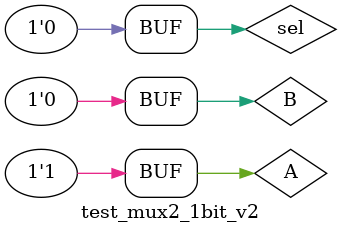
<source format=v>
`timescale 1ns / 1ps


module test_mux2_1bit_v2;

	// Inputs
	reg A;
	reg B;
	reg sel;

	// Outputs
	wire OUT;

	// Instantiate the Unit Under Test (UUT)
	mux2_1bit uut (
		.A(A), 
		.B(B), 
		.sel(sel), 
		.OUT(OUT)
	);

	initial begin
		// Initialize Inputs
		A = 0;
		B = 1;
		sel = 0;

		// Wait 100 ns for global reset to finish
		#100;
        
		// Add stimulus here
		sel = 1;
		#2;
		B = 0;
		#2;
		sel = 0;
		#2;
		A = 1;
		
	end
      
endmodule


</source>
